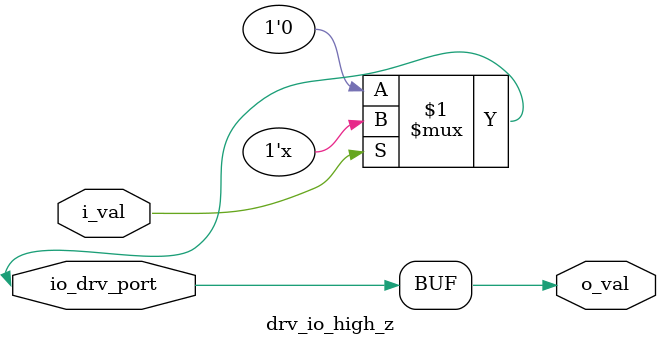
<source format=sv>
`timescale 1ns / 1ps

module drv_io_high_z (
    io_drv_port,
    i_val,
    o_val
    );
    
    inout       io_drv_port;
    
    input       i_val;
    output      o_val;

    assign io_drv_port = (i_val) ? 1'bZ : 1'b0;
    assign o_val = io_drv_port;
endmodule
</source>
